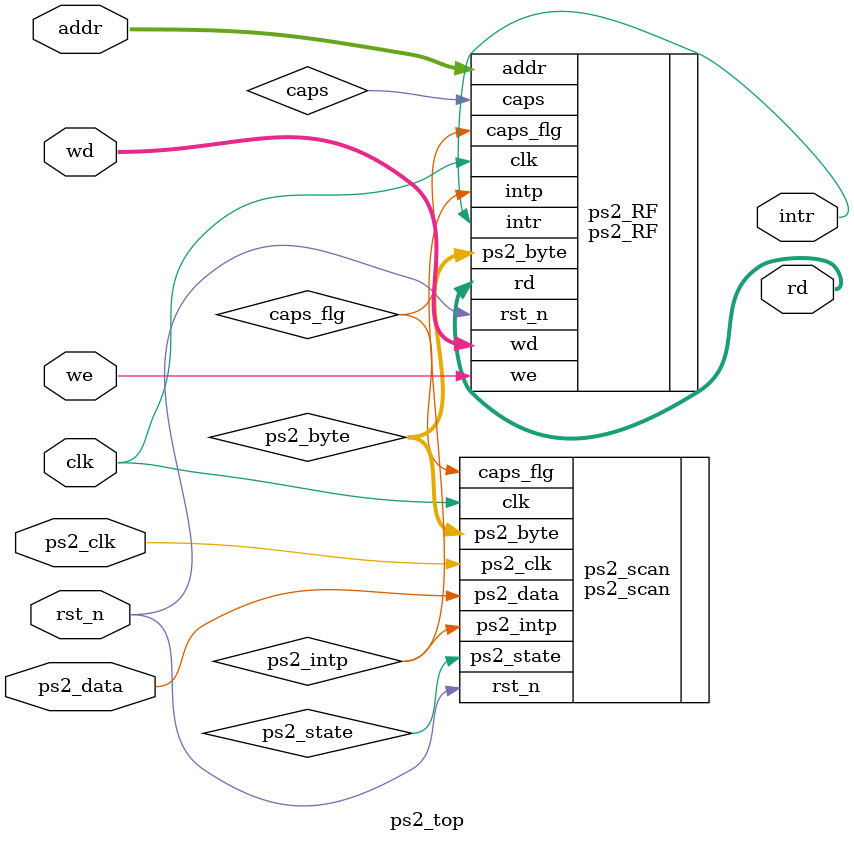
<source format=v>
module ps2_top (
	clk, rst_n, we, addr, wd, ps2_clk, ps2_data, rd, intr
);
	 
	input clk;
	input rst_n;
	input we;
	input [3:0] addr;
	input [31:0] wd;
	input ps2_clk;
	input ps2_data;
	output intr;
	output [31:0] rd;

	 
	wire caps_flg;
	wire ps2_intp;	
	wire [7:0] ps2_byte;
	wire ps2_state;
	wire caps;
	
	// PS/2 scanning logic
	ps2_scan ps2_scan(.clk(clk), .rst_n(rst_n),
						   .ps2_clk(ps2_clk), .ps2_data(ps2_data),
						   .ps2_byte(ps2_byte), .ps2_state(ps2_state),
							.caps_flg(caps_flg), .ps2_intp(ps2_intp));	
	// PS/2 Registers
	ps2_RF ps2_RF(.clk(clk), .rst_n(rst_n),
					  .we(we), .addr(addr[3:0]),
					  .wd(wd), .rd(rd), 
					  .ps2_byte(ps2_byte), .caps_flg(caps_flg),
					  .intp(ps2_intp), .intr(intr), .caps(caps));	
endmodule

</source>
